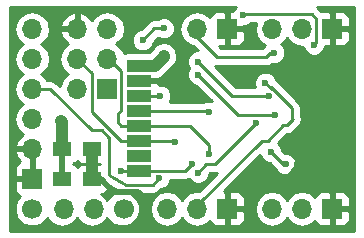
<source format=gbl>
G04 #@! TF.FileFunction,Copper,L2,Bot,Signal*
%FSLAX46Y46*%
G04 Gerber Fmt 4.6, Leading zero omitted, Abs format (unit mm)*
G04 Created by KiCad (PCBNEW 4.0.5+dfsg1-4) date Tue May  8 10:32:57 2018*
%MOMM*%
%LPD*%
G01*
G04 APERTURE LIST*
%ADD10C,0.100000*%
%ADD11C,1.700000*%
%ADD12O,1.700000X1.700000*%
%ADD13R,1.700000X1.700000*%
%ADD14R,1.500000X1.250000*%
%ADD15R,2.000000X1.000000*%
%ADD16C,0.600000*%
%ADD17C,0.500000*%
%ADD18C,1.000000*%
%ADD19C,0.250000*%
%ADD20C,0.254000*%
G04 APERTURE END LIST*
D10*
D11*
X10300000Y-17800000D03*
D12*
X7760000Y-17800000D03*
X5220000Y-17800000D03*
D11*
X2540000Y-17780000D03*
D13*
X2540000Y-15240000D03*
D12*
X2540000Y-12700000D03*
X2540000Y-10160000D03*
X2540000Y-7620000D03*
X2540000Y-5080000D03*
X2540000Y-2540000D03*
D13*
X19050000Y-17780000D03*
D12*
X16510000Y-17780000D03*
X13970000Y-17780000D03*
D14*
X5100000Y-12700000D03*
X7600000Y-12700000D03*
X5100000Y-15240000D03*
X7600000Y-15240000D03*
D15*
X11620000Y-14560000D03*
X11620000Y-13290000D03*
X11620000Y-12020000D03*
X11620000Y-10750000D03*
X11620000Y-9480000D03*
X11620000Y-8210000D03*
X11620000Y-6940000D03*
X11620000Y-5670000D03*
D13*
X8890000Y-7620000D03*
D12*
X6350000Y-7620000D03*
X8890000Y-5080000D03*
X6350000Y-5080000D03*
X8890000Y-2540000D03*
X6350000Y-2540000D03*
D13*
X27940000Y-2540000D03*
D12*
X25400000Y-2540000D03*
X22860000Y-2540000D03*
D13*
X27940000Y-17780000D03*
D12*
X25400000Y-17780000D03*
X22860000Y-17780000D03*
D13*
X19050000Y-2540000D03*
D12*
X16510000Y-2540000D03*
D16*
X20700000Y-7300000D03*
X24980000Y-14040000D03*
X20680000Y-15640000D03*
X4980000Y-10340000D03*
X23100000Y-9800000D03*
X16600000Y-6400000D03*
X13400000Y-8200000D03*
X17480000Y-9540000D03*
X14680000Y-12140000D03*
X10080000Y-14540000D03*
X16080000Y-13940000D03*
X17480000Y-13140000D03*
X24000000Y-14000000D03*
X22800000Y-13000000D03*
X13700000Y-4800000D03*
X22300000Y-7100000D03*
X26400000Y-3900000D03*
X20400000Y-1400000D03*
X23050000Y-4550000D03*
X16600000Y-14700000D03*
X13300000Y-15200000D03*
X21480000Y-10540000D03*
X22600000Y-8200000D03*
X16600000Y-5300000D03*
X13700000Y-2500000D03*
X11900000Y-3500000D03*
D17*
X7600000Y-15240000D02*
X8340000Y-15240000D01*
X8340000Y-15240000D02*
X9415002Y-16315002D01*
X9415002Y-16315002D02*
X11515002Y-16315002D01*
X7600000Y-15240000D02*
X7440000Y-15240000D01*
D18*
X7600000Y-15240000D02*
X7600000Y-12700000D01*
D17*
X6350000Y-2540000D02*
X6350000Y-2286000D01*
X20680000Y-15640000D02*
X23680000Y-15640000D01*
X24980000Y-14340000D02*
X24980000Y-14040000D01*
X23680000Y-15640000D02*
X24980000Y-14340000D01*
X11515002Y-16315002D02*
X11900000Y-16700000D01*
X5100000Y-15240000D02*
X5100000Y-12700000D01*
X22860000Y-17780000D02*
X22860000Y-17660000D01*
X22680000Y-2540000D02*
X22860000Y-2540000D01*
D18*
X5100000Y-12700000D02*
X5100000Y-10460000D01*
X5100000Y-10460000D02*
X4980000Y-10340000D01*
D19*
X20000000Y-9800000D02*
X23100000Y-9800000D01*
X16600000Y-6400000D02*
X20000000Y-9800000D01*
X13390000Y-8210000D02*
X11620000Y-8210000D01*
X13400000Y-8200000D02*
X13390000Y-8210000D01*
X17420000Y-9480000D02*
X11620000Y-9480000D01*
X17480000Y-9540000D02*
X17420000Y-9480000D01*
X11620000Y-12020000D02*
X10060000Y-12020000D01*
X7580000Y-6310000D02*
X6350000Y-5080000D01*
X7580000Y-9540000D02*
X7580000Y-6310000D01*
X10060000Y-12020000D02*
X7580000Y-9540000D01*
X11620000Y-12020000D02*
X14560000Y-12020000D01*
X14560000Y-12020000D02*
X14680000Y-12140000D01*
X11740000Y-12140000D02*
X11620000Y-12020000D01*
X11500000Y-12140000D02*
X11620000Y-12020000D01*
X10080000Y-14540000D02*
X10100000Y-14560000D01*
X10100000Y-14560000D02*
X11620000Y-14560000D01*
X11620000Y-14560000D02*
X11640000Y-14540000D01*
X11640000Y-14540000D02*
X15480000Y-14540000D01*
X15480000Y-14540000D02*
X16080000Y-13940000D01*
X8890000Y-5080000D02*
X9020000Y-5080000D01*
X9020000Y-5080000D02*
X10080000Y-6140000D01*
X10080000Y-6140000D02*
X10080000Y-9440000D01*
X10080000Y-9440000D02*
X9780000Y-9740000D01*
X9780000Y-9740000D02*
X9780000Y-10440000D01*
X9780000Y-10440000D02*
X10090000Y-10750000D01*
X10090000Y-10750000D02*
X11620000Y-10750000D01*
X11410000Y-10540000D02*
X11620000Y-10750000D01*
X11620000Y-10750000D02*
X15890000Y-10750000D01*
X17480000Y-12340000D02*
X17480000Y-13140000D01*
X15890000Y-10750000D02*
X17480000Y-12340000D01*
X23800000Y-14000000D02*
X24000000Y-14000000D01*
X22800000Y-13000000D02*
X23800000Y-14000000D01*
D18*
X11620000Y-5670000D02*
X12930000Y-5670000D01*
X13700000Y-4900000D02*
X13700000Y-4800000D01*
X12930000Y-5670000D02*
X13700000Y-4900000D01*
D19*
X24550000Y-10250000D02*
X24550000Y-9250000D01*
X24550000Y-9250000D02*
X22800000Y-7500000D01*
X22800000Y-7500000D02*
X22700000Y-7500000D01*
X22300000Y-7100000D02*
X22700000Y-7500000D01*
X22700000Y-7500000D02*
X22800000Y-7600000D01*
X16510000Y-17490000D02*
X22000000Y-12000000D01*
X22000000Y-12000000D02*
X22500000Y-12000000D01*
X22500000Y-12000000D02*
X23800000Y-10700000D01*
X23800000Y-10700000D02*
X24100000Y-10700000D01*
X24100000Y-10700000D02*
X24550000Y-10250000D01*
X24550000Y-10250000D02*
X24600000Y-10200000D01*
X16510000Y-17780000D02*
X16510000Y-17490000D01*
X16510000Y-17810000D02*
X16510000Y-17780000D01*
X23900000Y-1300000D02*
X26200000Y-1300000D01*
X26600000Y-3700000D02*
X26400000Y-3900000D01*
X26600000Y-1700000D02*
X26600000Y-3700000D01*
X26200000Y-1300000D02*
X26600000Y-1700000D01*
X20500000Y-1300000D02*
X23900000Y-1300000D01*
X23900000Y-1300000D02*
X24100000Y-1300000D01*
X20400000Y-1400000D02*
X20500000Y-1300000D01*
X16510000Y-2540000D02*
X16510000Y-3230000D01*
X16510000Y-3230000D02*
X18220000Y-4940000D01*
X18220000Y-4940000D02*
X22320000Y-4940000D01*
X22320000Y-4940000D02*
X22710000Y-4550000D01*
X22710000Y-4550000D02*
X23050000Y-4550000D01*
X4060000Y-7620000D02*
X7580000Y-11140000D01*
X7580000Y-11140000D02*
X8480000Y-11140000D01*
X8480000Y-11140000D02*
X9080000Y-11740000D01*
X9080000Y-11740000D02*
X9080000Y-14940000D01*
X9080000Y-14940000D02*
X10480000Y-15740000D01*
X2540000Y-7620000D02*
X4060000Y-7620000D01*
X18020000Y-14000000D02*
X21480000Y-10540000D01*
X17300000Y-14000000D02*
X18020000Y-14000000D01*
X16600000Y-14700000D02*
X17300000Y-14000000D01*
X12760000Y-15740000D02*
X13300000Y-15200000D01*
X10480000Y-15740000D02*
X12760000Y-15740000D01*
X2540000Y-7620000D02*
X2560000Y-7620000D01*
X19500000Y-8200000D02*
X22600000Y-8200000D01*
X16600000Y-5300000D02*
X19500000Y-8200000D01*
X12900000Y-2500000D02*
X13700000Y-2500000D01*
X11900000Y-3500000D02*
X12900000Y-2500000D01*
D20*
G36*
X19607808Y-869673D02*
X19530853Y-1055000D01*
X19335750Y-1055000D01*
X19177000Y-1213750D01*
X19177000Y-2413000D01*
X20376250Y-2413000D01*
X20454202Y-2335048D01*
X20585167Y-2335162D01*
X20928943Y-2193117D01*
X21062293Y-2060000D01*
X21464691Y-2060000D01*
X21375000Y-2510907D01*
X21375000Y-2569093D01*
X21488039Y-3137378D01*
X21809946Y-3619147D01*
X22285694Y-3937031D01*
X22172599Y-4012599D01*
X22005198Y-4180000D01*
X18534802Y-4180000D01*
X18379802Y-4025000D01*
X18764250Y-4025000D01*
X18923000Y-3866250D01*
X18923000Y-2667000D01*
X19177000Y-2667000D01*
X19177000Y-3866250D01*
X19335750Y-4025000D01*
X20026309Y-4025000D01*
X20259698Y-3928327D01*
X20438327Y-3749699D01*
X20535000Y-3516310D01*
X20535000Y-2825750D01*
X20376250Y-2667000D01*
X19177000Y-2667000D01*
X18923000Y-2667000D01*
X18903000Y-2667000D01*
X18903000Y-2413000D01*
X18923000Y-2413000D01*
X18923000Y-1213750D01*
X18764250Y-1055000D01*
X18073691Y-1055000D01*
X17840302Y-1151673D01*
X17661673Y-1330301D01*
X17593097Y-1495858D01*
X17589147Y-1489946D01*
X17107378Y-1168039D01*
X16539093Y-1055000D01*
X16480907Y-1055000D01*
X15912622Y-1168039D01*
X15430853Y-1489946D01*
X15108946Y-1971715D01*
X14995907Y-2540000D01*
X15108946Y-3108285D01*
X15430853Y-3590054D01*
X15912622Y-3911961D01*
X16167946Y-3962748D01*
X16570171Y-4364973D01*
X16414833Y-4364838D01*
X16071057Y-4506883D01*
X15807808Y-4769673D01*
X15665162Y-5113201D01*
X15664838Y-5485167D01*
X15806883Y-5828943D01*
X15827710Y-5849806D01*
X15807808Y-5869673D01*
X15665162Y-6213201D01*
X15664838Y-6585167D01*
X15806883Y-6928943D01*
X16069673Y-7192192D01*
X16413201Y-7334838D01*
X16460077Y-7334879D01*
X17775495Y-8650297D01*
X17666799Y-8605162D01*
X17294833Y-8604838D01*
X17016119Y-8720000D01*
X14196480Y-8720000D01*
X14334838Y-8386799D01*
X14335162Y-8014833D01*
X14193117Y-7671057D01*
X13930327Y-7407808D01*
X13586799Y-7265162D01*
X13255000Y-7264873D01*
X13255000Y-7225750D01*
X13096250Y-7067000D01*
X12641925Y-7067000D01*
X12620000Y-7062560D01*
X11473000Y-7062560D01*
X11473000Y-6817440D01*
X12620000Y-6817440D01*
X12643597Y-6813000D01*
X13096250Y-6813000D01*
X13147517Y-6761733D01*
X13364346Y-6718603D01*
X13732566Y-6472566D01*
X14502566Y-5702567D01*
X14748603Y-5334346D01*
X14769192Y-5230839D01*
X14835000Y-4900000D01*
X14835000Y-4800000D01*
X14748603Y-4365654D01*
X14502566Y-3997434D01*
X14134346Y-3751397D01*
X13700000Y-3665000D01*
X13265654Y-3751397D01*
X12897434Y-3997434D01*
X12696068Y-4298799D01*
X12472308Y-4522560D01*
X10620000Y-4522560D01*
X10384683Y-4566838D01*
X10311399Y-4613995D01*
X10291054Y-4511715D01*
X9969147Y-4029946D01*
X9639974Y-3810000D01*
X9826800Y-3685167D01*
X10964838Y-3685167D01*
X11106883Y-4028943D01*
X11369673Y-4292192D01*
X11713201Y-4434838D01*
X12085167Y-4435162D01*
X12428943Y-4293117D01*
X12692192Y-4030327D01*
X12834838Y-3686799D01*
X12834879Y-3639923D01*
X13178814Y-3295988D01*
X13513201Y-3434838D01*
X13885167Y-3435162D01*
X14228943Y-3293117D01*
X14492192Y-3030327D01*
X14634838Y-2686799D01*
X14635162Y-2314833D01*
X14493117Y-1971057D01*
X14230327Y-1707808D01*
X13886799Y-1565162D01*
X13514833Y-1564838D01*
X13171057Y-1706883D01*
X13137882Y-1740000D01*
X12900000Y-1740000D01*
X12609161Y-1797852D01*
X12362599Y-1962599D01*
X11760320Y-2564878D01*
X11714833Y-2564838D01*
X11371057Y-2706883D01*
X11107808Y-2969673D01*
X10965162Y-3313201D01*
X10964838Y-3685167D01*
X9826800Y-3685167D01*
X9969147Y-3590054D01*
X10291054Y-3108285D01*
X10404093Y-2540000D01*
X10291054Y-1971715D01*
X9969147Y-1489946D01*
X9487378Y-1168039D01*
X8919093Y-1055000D01*
X8860907Y-1055000D01*
X8292622Y-1168039D01*
X7810853Y-1489946D01*
X7621655Y-1773101D01*
X7621645Y-1773076D01*
X7231358Y-1344817D01*
X6706892Y-1098514D01*
X6477000Y-1219181D01*
X6477000Y-2413000D01*
X6497000Y-2413000D01*
X6497000Y-2667000D01*
X6477000Y-2667000D01*
X6477000Y-2687000D01*
X6223000Y-2687000D01*
X6223000Y-2667000D01*
X5029845Y-2667000D01*
X4908524Y-2896890D01*
X5078355Y-3306924D01*
X5468642Y-3735183D01*
X5611553Y-3802298D01*
X5270853Y-4029946D01*
X4948946Y-4511715D01*
X4835907Y-5080000D01*
X4948946Y-5648285D01*
X5270853Y-6130054D01*
X5600026Y-6350000D01*
X5270853Y-6569946D01*
X4948946Y-7051715D01*
X4885497Y-7370695D01*
X4597401Y-7082599D01*
X4350839Y-6917852D01*
X4060000Y-6860000D01*
X3812954Y-6860000D01*
X3619147Y-6569946D01*
X3289974Y-6350000D01*
X3619147Y-6130054D01*
X3941054Y-5648285D01*
X4054093Y-5080000D01*
X3941054Y-4511715D01*
X3619147Y-4029946D01*
X3289974Y-3810000D01*
X3619147Y-3590054D01*
X3941054Y-3108285D01*
X4054093Y-2540000D01*
X3983104Y-2183110D01*
X4908524Y-2183110D01*
X5029845Y-2413000D01*
X6223000Y-2413000D01*
X6223000Y-1219181D01*
X5993108Y-1098514D01*
X5468642Y-1344817D01*
X5078355Y-1773076D01*
X4908524Y-2183110D01*
X3983104Y-2183110D01*
X3941054Y-1971715D01*
X3619147Y-1489946D01*
X3137378Y-1168039D01*
X2569093Y-1055000D01*
X2510907Y-1055000D01*
X1942622Y-1168039D01*
X1460853Y-1489946D01*
X1138946Y-1971715D01*
X1025907Y-2540000D01*
X1138946Y-3108285D01*
X1460853Y-3590054D01*
X1790026Y-3810000D01*
X1460853Y-4029946D01*
X1138946Y-4511715D01*
X1025907Y-5080000D01*
X1138946Y-5648285D01*
X1460853Y-6130054D01*
X1790026Y-6350000D01*
X1460853Y-6569946D01*
X1138946Y-7051715D01*
X1025907Y-7620000D01*
X1138946Y-8188285D01*
X1460853Y-8670054D01*
X1790026Y-8890000D01*
X1460853Y-9109946D01*
X1138946Y-9591715D01*
X1025907Y-10160000D01*
X1138946Y-10728285D01*
X1460853Y-11210054D01*
X1801553Y-11437702D01*
X1658642Y-11504817D01*
X1268355Y-11933076D01*
X1098524Y-12343110D01*
X1219845Y-12573000D01*
X2413000Y-12573000D01*
X2413000Y-12553000D01*
X2667000Y-12553000D01*
X2667000Y-12573000D01*
X2687000Y-12573000D01*
X2687000Y-12827000D01*
X2667000Y-12827000D01*
X2667000Y-15113000D01*
X2687000Y-15113000D01*
X2687000Y-15367000D01*
X2667000Y-15367000D01*
X2667000Y-15387000D01*
X2413000Y-15387000D01*
X2413000Y-15367000D01*
X1213750Y-15367000D01*
X1055000Y-15525750D01*
X1055000Y-16216310D01*
X1151673Y-16449699D01*
X1330302Y-16628327D01*
X1515074Y-16704862D01*
X1281812Y-16937717D01*
X1055258Y-17483319D01*
X1054743Y-18074089D01*
X1280344Y-18620086D01*
X1697717Y-19038188D01*
X2243319Y-19264742D01*
X2834089Y-19265257D01*
X3380086Y-19039656D01*
X3798188Y-18622283D01*
X3826355Y-18554450D01*
X4029946Y-18859147D01*
X4511715Y-19181054D01*
X5080000Y-19294093D01*
X5648285Y-19181054D01*
X6130054Y-18859147D01*
X6350000Y-18529974D01*
X6569946Y-18859147D01*
X7051715Y-19181054D01*
X7620000Y-19294093D01*
X8188285Y-19181054D01*
X8670054Y-18859147D01*
X8873385Y-18554840D01*
X8900344Y-18620086D01*
X9317717Y-19038188D01*
X9863319Y-19264742D01*
X10454089Y-19265257D01*
X11000086Y-19039656D01*
X11418188Y-18622283D01*
X11644742Y-18076681D01*
X11645257Y-17485911D01*
X11419656Y-16939914D01*
X11002283Y-16521812D01*
X10949754Y-16500000D01*
X12760000Y-16500000D01*
X13050839Y-16442148D01*
X13297401Y-16277401D01*
X13439680Y-16135122D01*
X13485167Y-16135162D01*
X13828943Y-15993117D01*
X14092192Y-15730327D01*
X14234838Y-15386799D01*
X14234914Y-15300000D01*
X15480000Y-15300000D01*
X15770839Y-15242148D01*
X15803361Y-15220418D01*
X15806883Y-15228943D01*
X16069673Y-15492192D01*
X16413201Y-15634838D01*
X16785167Y-15635162D01*
X17128943Y-15493117D01*
X17392192Y-15230327D01*
X17534838Y-14886799D01*
X17534879Y-14839924D01*
X17614803Y-14760000D01*
X18020000Y-14760000D01*
X18201251Y-14723947D01*
X16634522Y-16290676D01*
X16510000Y-16265907D01*
X15941715Y-16378946D01*
X15459946Y-16700853D01*
X15240000Y-17030026D01*
X15020054Y-16700853D01*
X14538285Y-16378946D01*
X13970000Y-16265907D01*
X13401715Y-16378946D01*
X12919946Y-16700853D01*
X12598039Y-17182622D01*
X12485000Y-17750907D01*
X12485000Y-17809093D01*
X12598039Y-18377378D01*
X12919946Y-18859147D01*
X13401715Y-19181054D01*
X13970000Y-19294093D01*
X14538285Y-19181054D01*
X15020054Y-18859147D01*
X15240000Y-18529974D01*
X15459946Y-18859147D01*
X15941715Y-19181054D01*
X16510000Y-19294093D01*
X17078285Y-19181054D01*
X17560054Y-18859147D01*
X17589403Y-18815223D01*
X17661673Y-18989698D01*
X17840301Y-19168327D01*
X18073690Y-19265000D01*
X18764250Y-19265000D01*
X18923000Y-19106250D01*
X18923000Y-17907000D01*
X19177000Y-17907000D01*
X19177000Y-19106250D01*
X19335750Y-19265000D01*
X20026310Y-19265000D01*
X20259699Y-19168327D01*
X20438327Y-18989698D01*
X20535000Y-18756309D01*
X20535000Y-18065750D01*
X20376250Y-17907000D01*
X19177000Y-17907000D01*
X18923000Y-17907000D01*
X18903000Y-17907000D01*
X18903000Y-17750907D01*
X21375000Y-17750907D01*
X21375000Y-17809093D01*
X21488039Y-18377378D01*
X21809946Y-18859147D01*
X22291715Y-19181054D01*
X22860000Y-19294093D01*
X23428285Y-19181054D01*
X23910054Y-18859147D01*
X24130000Y-18529974D01*
X24349946Y-18859147D01*
X24831715Y-19181054D01*
X25400000Y-19294093D01*
X25968285Y-19181054D01*
X26450054Y-18859147D01*
X26479403Y-18815223D01*
X26551673Y-18989698D01*
X26730301Y-19168327D01*
X26963690Y-19265000D01*
X27654250Y-19265000D01*
X27813000Y-19106250D01*
X27813000Y-17907000D01*
X28067000Y-17907000D01*
X28067000Y-19106250D01*
X28225750Y-19265000D01*
X28916310Y-19265000D01*
X29149699Y-19168327D01*
X29328327Y-18989698D01*
X29425000Y-18756309D01*
X29425000Y-18065750D01*
X29266250Y-17907000D01*
X28067000Y-17907000D01*
X27813000Y-17907000D01*
X27793000Y-17907000D01*
X27793000Y-17653000D01*
X27813000Y-17653000D01*
X27813000Y-16453750D01*
X28067000Y-16453750D01*
X28067000Y-17653000D01*
X29266250Y-17653000D01*
X29425000Y-17494250D01*
X29425000Y-16803691D01*
X29328327Y-16570302D01*
X29149699Y-16391673D01*
X28916310Y-16295000D01*
X28225750Y-16295000D01*
X28067000Y-16453750D01*
X27813000Y-16453750D01*
X27654250Y-16295000D01*
X26963690Y-16295000D01*
X26730301Y-16391673D01*
X26551673Y-16570302D01*
X26479403Y-16744777D01*
X26450054Y-16700853D01*
X25968285Y-16378946D01*
X25400000Y-16265907D01*
X24831715Y-16378946D01*
X24349946Y-16700853D01*
X24130000Y-17030026D01*
X23910054Y-16700853D01*
X23428285Y-16378946D01*
X22860000Y-16265907D01*
X22291715Y-16378946D01*
X21809946Y-16700853D01*
X21488039Y-17182622D01*
X21375000Y-17750907D01*
X18903000Y-17750907D01*
X18903000Y-17653000D01*
X18923000Y-17653000D01*
X18923000Y-16453750D01*
X19177000Y-16453750D01*
X19177000Y-17653000D01*
X20376250Y-17653000D01*
X20535000Y-17494250D01*
X20535000Y-16803691D01*
X20438327Y-16570302D01*
X20259699Y-16391673D01*
X20026310Y-16295000D01*
X19335750Y-16295000D01*
X19177000Y-16453750D01*
X18923000Y-16453750D01*
X18772026Y-16302776D01*
X21872088Y-13202714D01*
X22006883Y-13528943D01*
X22269673Y-13792192D01*
X22613201Y-13934838D01*
X22660077Y-13934879D01*
X23173607Y-14448409D01*
X23206883Y-14528943D01*
X23469673Y-14792192D01*
X23813201Y-14934838D01*
X24185167Y-14935162D01*
X24528943Y-14793117D01*
X24792192Y-14530327D01*
X24934838Y-14186799D01*
X24935162Y-13814833D01*
X24793117Y-13471057D01*
X24530327Y-13207808D01*
X24186799Y-13065162D01*
X23939749Y-13064947D01*
X23735122Y-12860320D01*
X23735162Y-12814833D01*
X23593117Y-12471057D01*
X23348645Y-12226157D01*
X24118477Y-11456325D01*
X24390839Y-11402148D01*
X24637401Y-11237401D01*
X25137401Y-10737401D01*
X25302148Y-10490839D01*
X25360000Y-10200000D01*
X25310000Y-9948634D01*
X25310000Y-9250000D01*
X25252148Y-8959161D01*
X25087401Y-8712599D01*
X23337401Y-6962599D01*
X23223434Y-6886449D01*
X23093117Y-6571057D01*
X22830327Y-6307808D01*
X22486799Y-6165162D01*
X22114833Y-6164838D01*
X21771057Y-6306883D01*
X21507808Y-6569673D01*
X21365162Y-6913201D01*
X21364838Y-7285167D01*
X21428814Y-7440000D01*
X19814802Y-7440000D01*
X18038749Y-5663947D01*
X18220000Y-5700000D01*
X22320000Y-5700000D01*
X22610839Y-5642148D01*
X22852760Y-5480502D01*
X22863201Y-5484838D01*
X23235167Y-5485162D01*
X23578943Y-5343117D01*
X23842192Y-5080327D01*
X23984838Y-4736799D01*
X23985162Y-4364833D01*
X23843117Y-4021057D01*
X23629224Y-3806791D01*
X23910054Y-3619147D01*
X24130000Y-3289974D01*
X24349946Y-3619147D01*
X24831715Y-3941054D01*
X25400000Y-4054093D01*
X25464876Y-4041188D01*
X25464838Y-4085167D01*
X25606883Y-4428943D01*
X25869673Y-4692192D01*
X26213201Y-4834838D01*
X26585167Y-4835162D01*
X26928943Y-4693117D01*
X27192192Y-4430327D01*
X27334838Y-4086799D01*
X27334892Y-4025000D01*
X27654250Y-4025000D01*
X27813000Y-3866250D01*
X27813000Y-2667000D01*
X28067000Y-2667000D01*
X28067000Y-3866250D01*
X28225750Y-4025000D01*
X28916310Y-4025000D01*
X29149699Y-3928327D01*
X29328327Y-3749698D01*
X29425000Y-3516309D01*
X29425000Y-2825750D01*
X29266250Y-2667000D01*
X28067000Y-2667000D01*
X27813000Y-2667000D01*
X27793000Y-2667000D01*
X27793000Y-2413000D01*
X27813000Y-2413000D01*
X27813000Y-1213750D01*
X28067000Y-1213750D01*
X28067000Y-2413000D01*
X29266250Y-2413000D01*
X29425000Y-2254250D01*
X29425000Y-1563691D01*
X29328327Y-1330302D01*
X29149699Y-1151673D01*
X28916310Y-1055000D01*
X28225750Y-1055000D01*
X28067000Y-1213750D01*
X27813000Y-1213750D01*
X27654250Y-1055000D01*
X27029802Y-1055000D01*
X26737401Y-762599D01*
X26621266Y-685000D01*
X29795000Y-685000D01*
X29795000Y-19635000D01*
X685000Y-19635000D01*
X685000Y-14263690D01*
X1055000Y-14263690D01*
X1055000Y-14954250D01*
X1213750Y-15113000D01*
X2413000Y-15113000D01*
X2413000Y-12827000D01*
X1219845Y-12827000D01*
X1098524Y-13056890D01*
X1268355Y-13466924D01*
X1539878Y-13764864D01*
X1330302Y-13851673D01*
X1151673Y-14030301D01*
X1055000Y-14263690D01*
X685000Y-14263690D01*
X685000Y-685000D01*
X19792804Y-685000D01*
X19607808Y-869673D01*
X19607808Y-869673D01*
G37*
X19607808Y-869673D02*
X19530853Y-1055000D01*
X19335750Y-1055000D01*
X19177000Y-1213750D01*
X19177000Y-2413000D01*
X20376250Y-2413000D01*
X20454202Y-2335048D01*
X20585167Y-2335162D01*
X20928943Y-2193117D01*
X21062293Y-2060000D01*
X21464691Y-2060000D01*
X21375000Y-2510907D01*
X21375000Y-2569093D01*
X21488039Y-3137378D01*
X21809946Y-3619147D01*
X22285694Y-3937031D01*
X22172599Y-4012599D01*
X22005198Y-4180000D01*
X18534802Y-4180000D01*
X18379802Y-4025000D01*
X18764250Y-4025000D01*
X18923000Y-3866250D01*
X18923000Y-2667000D01*
X19177000Y-2667000D01*
X19177000Y-3866250D01*
X19335750Y-4025000D01*
X20026309Y-4025000D01*
X20259698Y-3928327D01*
X20438327Y-3749699D01*
X20535000Y-3516310D01*
X20535000Y-2825750D01*
X20376250Y-2667000D01*
X19177000Y-2667000D01*
X18923000Y-2667000D01*
X18903000Y-2667000D01*
X18903000Y-2413000D01*
X18923000Y-2413000D01*
X18923000Y-1213750D01*
X18764250Y-1055000D01*
X18073691Y-1055000D01*
X17840302Y-1151673D01*
X17661673Y-1330301D01*
X17593097Y-1495858D01*
X17589147Y-1489946D01*
X17107378Y-1168039D01*
X16539093Y-1055000D01*
X16480907Y-1055000D01*
X15912622Y-1168039D01*
X15430853Y-1489946D01*
X15108946Y-1971715D01*
X14995907Y-2540000D01*
X15108946Y-3108285D01*
X15430853Y-3590054D01*
X15912622Y-3911961D01*
X16167946Y-3962748D01*
X16570171Y-4364973D01*
X16414833Y-4364838D01*
X16071057Y-4506883D01*
X15807808Y-4769673D01*
X15665162Y-5113201D01*
X15664838Y-5485167D01*
X15806883Y-5828943D01*
X15827710Y-5849806D01*
X15807808Y-5869673D01*
X15665162Y-6213201D01*
X15664838Y-6585167D01*
X15806883Y-6928943D01*
X16069673Y-7192192D01*
X16413201Y-7334838D01*
X16460077Y-7334879D01*
X17775495Y-8650297D01*
X17666799Y-8605162D01*
X17294833Y-8604838D01*
X17016119Y-8720000D01*
X14196480Y-8720000D01*
X14334838Y-8386799D01*
X14335162Y-8014833D01*
X14193117Y-7671057D01*
X13930327Y-7407808D01*
X13586799Y-7265162D01*
X13255000Y-7264873D01*
X13255000Y-7225750D01*
X13096250Y-7067000D01*
X12641925Y-7067000D01*
X12620000Y-7062560D01*
X11473000Y-7062560D01*
X11473000Y-6817440D01*
X12620000Y-6817440D01*
X12643597Y-6813000D01*
X13096250Y-6813000D01*
X13147517Y-6761733D01*
X13364346Y-6718603D01*
X13732566Y-6472566D01*
X14502566Y-5702567D01*
X14748603Y-5334346D01*
X14769192Y-5230839D01*
X14835000Y-4900000D01*
X14835000Y-4800000D01*
X14748603Y-4365654D01*
X14502566Y-3997434D01*
X14134346Y-3751397D01*
X13700000Y-3665000D01*
X13265654Y-3751397D01*
X12897434Y-3997434D01*
X12696068Y-4298799D01*
X12472308Y-4522560D01*
X10620000Y-4522560D01*
X10384683Y-4566838D01*
X10311399Y-4613995D01*
X10291054Y-4511715D01*
X9969147Y-4029946D01*
X9639974Y-3810000D01*
X9826800Y-3685167D01*
X10964838Y-3685167D01*
X11106883Y-4028943D01*
X11369673Y-4292192D01*
X11713201Y-4434838D01*
X12085167Y-4435162D01*
X12428943Y-4293117D01*
X12692192Y-4030327D01*
X12834838Y-3686799D01*
X12834879Y-3639923D01*
X13178814Y-3295988D01*
X13513201Y-3434838D01*
X13885167Y-3435162D01*
X14228943Y-3293117D01*
X14492192Y-3030327D01*
X14634838Y-2686799D01*
X14635162Y-2314833D01*
X14493117Y-1971057D01*
X14230327Y-1707808D01*
X13886799Y-1565162D01*
X13514833Y-1564838D01*
X13171057Y-1706883D01*
X13137882Y-1740000D01*
X12900000Y-1740000D01*
X12609161Y-1797852D01*
X12362599Y-1962599D01*
X11760320Y-2564878D01*
X11714833Y-2564838D01*
X11371057Y-2706883D01*
X11107808Y-2969673D01*
X10965162Y-3313201D01*
X10964838Y-3685167D01*
X9826800Y-3685167D01*
X9969147Y-3590054D01*
X10291054Y-3108285D01*
X10404093Y-2540000D01*
X10291054Y-1971715D01*
X9969147Y-1489946D01*
X9487378Y-1168039D01*
X8919093Y-1055000D01*
X8860907Y-1055000D01*
X8292622Y-1168039D01*
X7810853Y-1489946D01*
X7621655Y-1773101D01*
X7621645Y-1773076D01*
X7231358Y-1344817D01*
X6706892Y-1098514D01*
X6477000Y-1219181D01*
X6477000Y-2413000D01*
X6497000Y-2413000D01*
X6497000Y-2667000D01*
X6477000Y-2667000D01*
X6477000Y-2687000D01*
X6223000Y-2687000D01*
X6223000Y-2667000D01*
X5029845Y-2667000D01*
X4908524Y-2896890D01*
X5078355Y-3306924D01*
X5468642Y-3735183D01*
X5611553Y-3802298D01*
X5270853Y-4029946D01*
X4948946Y-4511715D01*
X4835907Y-5080000D01*
X4948946Y-5648285D01*
X5270853Y-6130054D01*
X5600026Y-6350000D01*
X5270853Y-6569946D01*
X4948946Y-7051715D01*
X4885497Y-7370695D01*
X4597401Y-7082599D01*
X4350839Y-6917852D01*
X4060000Y-6860000D01*
X3812954Y-6860000D01*
X3619147Y-6569946D01*
X3289974Y-6350000D01*
X3619147Y-6130054D01*
X3941054Y-5648285D01*
X4054093Y-5080000D01*
X3941054Y-4511715D01*
X3619147Y-4029946D01*
X3289974Y-3810000D01*
X3619147Y-3590054D01*
X3941054Y-3108285D01*
X4054093Y-2540000D01*
X3983104Y-2183110D01*
X4908524Y-2183110D01*
X5029845Y-2413000D01*
X6223000Y-2413000D01*
X6223000Y-1219181D01*
X5993108Y-1098514D01*
X5468642Y-1344817D01*
X5078355Y-1773076D01*
X4908524Y-2183110D01*
X3983104Y-2183110D01*
X3941054Y-1971715D01*
X3619147Y-1489946D01*
X3137378Y-1168039D01*
X2569093Y-1055000D01*
X2510907Y-1055000D01*
X1942622Y-1168039D01*
X1460853Y-1489946D01*
X1138946Y-1971715D01*
X1025907Y-2540000D01*
X1138946Y-3108285D01*
X1460853Y-3590054D01*
X1790026Y-3810000D01*
X1460853Y-4029946D01*
X1138946Y-4511715D01*
X1025907Y-5080000D01*
X1138946Y-5648285D01*
X1460853Y-6130054D01*
X1790026Y-6350000D01*
X1460853Y-6569946D01*
X1138946Y-7051715D01*
X1025907Y-7620000D01*
X1138946Y-8188285D01*
X1460853Y-8670054D01*
X1790026Y-8890000D01*
X1460853Y-9109946D01*
X1138946Y-9591715D01*
X1025907Y-10160000D01*
X1138946Y-10728285D01*
X1460853Y-11210054D01*
X1801553Y-11437702D01*
X1658642Y-11504817D01*
X1268355Y-11933076D01*
X1098524Y-12343110D01*
X1219845Y-12573000D01*
X2413000Y-12573000D01*
X2413000Y-12553000D01*
X2667000Y-12553000D01*
X2667000Y-12573000D01*
X2687000Y-12573000D01*
X2687000Y-12827000D01*
X2667000Y-12827000D01*
X2667000Y-15113000D01*
X2687000Y-15113000D01*
X2687000Y-15367000D01*
X2667000Y-15367000D01*
X2667000Y-15387000D01*
X2413000Y-15387000D01*
X2413000Y-15367000D01*
X1213750Y-15367000D01*
X1055000Y-15525750D01*
X1055000Y-16216310D01*
X1151673Y-16449699D01*
X1330302Y-16628327D01*
X1515074Y-16704862D01*
X1281812Y-16937717D01*
X1055258Y-17483319D01*
X1054743Y-18074089D01*
X1280344Y-18620086D01*
X1697717Y-19038188D01*
X2243319Y-19264742D01*
X2834089Y-19265257D01*
X3380086Y-19039656D01*
X3798188Y-18622283D01*
X3826355Y-18554450D01*
X4029946Y-18859147D01*
X4511715Y-19181054D01*
X5080000Y-19294093D01*
X5648285Y-19181054D01*
X6130054Y-18859147D01*
X6350000Y-18529974D01*
X6569946Y-18859147D01*
X7051715Y-19181054D01*
X7620000Y-19294093D01*
X8188285Y-19181054D01*
X8670054Y-18859147D01*
X8873385Y-18554840D01*
X8900344Y-18620086D01*
X9317717Y-19038188D01*
X9863319Y-19264742D01*
X10454089Y-19265257D01*
X11000086Y-19039656D01*
X11418188Y-18622283D01*
X11644742Y-18076681D01*
X11645257Y-17485911D01*
X11419656Y-16939914D01*
X11002283Y-16521812D01*
X10949754Y-16500000D01*
X12760000Y-16500000D01*
X13050839Y-16442148D01*
X13297401Y-16277401D01*
X13439680Y-16135122D01*
X13485167Y-16135162D01*
X13828943Y-15993117D01*
X14092192Y-15730327D01*
X14234838Y-15386799D01*
X14234914Y-15300000D01*
X15480000Y-15300000D01*
X15770839Y-15242148D01*
X15803361Y-15220418D01*
X15806883Y-15228943D01*
X16069673Y-15492192D01*
X16413201Y-15634838D01*
X16785167Y-15635162D01*
X17128943Y-15493117D01*
X17392192Y-15230327D01*
X17534838Y-14886799D01*
X17534879Y-14839924D01*
X17614803Y-14760000D01*
X18020000Y-14760000D01*
X18201251Y-14723947D01*
X16634522Y-16290676D01*
X16510000Y-16265907D01*
X15941715Y-16378946D01*
X15459946Y-16700853D01*
X15240000Y-17030026D01*
X15020054Y-16700853D01*
X14538285Y-16378946D01*
X13970000Y-16265907D01*
X13401715Y-16378946D01*
X12919946Y-16700853D01*
X12598039Y-17182622D01*
X12485000Y-17750907D01*
X12485000Y-17809093D01*
X12598039Y-18377378D01*
X12919946Y-18859147D01*
X13401715Y-19181054D01*
X13970000Y-19294093D01*
X14538285Y-19181054D01*
X15020054Y-18859147D01*
X15240000Y-18529974D01*
X15459946Y-18859147D01*
X15941715Y-19181054D01*
X16510000Y-19294093D01*
X17078285Y-19181054D01*
X17560054Y-18859147D01*
X17589403Y-18815223D01*
X17661673Y-18989698D01*
X17840301Y-19168327D01*
X18073690Y-19265000D01*
X18764250Y-19265000D01*
X18923000Y-19106250D01*
X18923000Y-17907000D01*
X19177000Y-17907000D01*
X19177000Y-19106250D01*
X19335750Y-19265000D01*
X20026310Y-19265000D01*
X20259699Y-19168327D01*
X20438327Y-18989698D01*
X20535000Y-18756309D01*
X20535000Y-18065750D01*
X20376250Y-17907000D01*
X19177000Y-17907000D01*
X18923000Y-17907000D01*
X18903000Y-17907000D01*
X18903000Y-17750907D01*
X21375000Y-17750907D01*
X21375000Y-17809093D01*
X21488039Y-18377378D01*
X21809946Y-18859147D01*
X22291715Y-19181054D01*
X22860000Y-19294093D01*
X23428285Y-19181054D01*
X23910054Y-18859147D01*
X24130000Y-18529974D01*
X24349946Y-18859147D01*
X24831715Y-19181054D01*
X25400000Y-19294093D01*
X25968285Y-19181054D01*
X26450054Y-18859147D01*
X26479403Y-18815223D01*
X26551673Y-18989698D01*
X26730301Y-19168327D01*
X26963690Y-19265000D01*
X27654250Y-19265000D01*
X27813000Y-19106250D01*
X27813000Y-17907000D01*
X28067000Y-17907000D01*
X28067000Y-19106250D01*
X28225750Y-19265000D01*
X28916310Y-19265000D01*
X29149699Y-19168327D01*
X29328327Y-18989698D01*
X29425000Y-18756309D01*
X29425000Y-18065750D01*
X29266250Y-17907000D01*
X28067000Y-17907000D01*
X27813000Y-17907000D01*
X27793000Y-17907000D01*
X27793000Y-17653000D01*
X27813000Y-17653000D01*
X27813000Y-16453750D01*
X28067000Y-16453750D01*
X28067000Y-17653000D01*
X29266250Y-17653000D01*
X29425000Y-17494250D01*
X29425000Y-16803691D01*
X29328327Y-16570302D01*
X29149699Y-16391673D01*
X28916310Y-16295000D01*
X28225750Y-16295000D01*
X28067000Y-16453750D01*
X27813000Y-16453750D01*
X27654250Y-16295000D01*
X26963690Y-16295000D01*
X26730301Y-16391673D01*
X26551673Y-16570302D01*
X26479403Y-16744777D01*
X26450054Y-16700853D01*
X25968285Y-16378946D01*
X25400000Y-16265907D01*
X24831715Y-16378946D01*
X24349946Y-16700853D01*
X24130000Y-17030026D01*
X23910054Y-16700853D01*
X23428285Y-16378946D01*
X22860000Y-16265907D01*
X22291715Y-16378946D01*
X21809946Y-16700853D01*
X21488039Y-17182622D01*
X21375000Y-17750907D01*
X18903000Y-17750907D01*
X18903000Y-17653000D01*
X18923000Y-17653000D01*
X18923000Y-16453750D01*
X19177000Y-16453750D01*
X19177000Y-17653000D01*
X20376250Y-17653000D01*
X20535000Y-17494250D01*
X20535000Y-16803691D01*
X20438327Y-16570302D01*
X20259699Y-16391673D01*
X20026310Y-16295000D01*
X19335750Y-16295000D01*
X19177000Y-16453750D01*
X18923000Y-16453750D01*
X18772026Y-16302776D01*
X21872088Y-13202714D01*
X22006883Y-13528943D01*
X22269673Y-13792192D01*
X22613201Y-13934838D01*
X22660077Y-13934879D01*
X23173607Y-14448409D01*
X23206883Y-14528943D01*
X23469673Y-14792192D01*
X23813201Y-14934838D01*
X24185167Y-14935162D01*
X24528943Y-14793117D01*
X24792192Y-14530327D01*
X24934838Y-14186799D01*
X24935162Y-13814833D01*
X24793117Y-13471057D01*
X24530327Y-13207808D01*
X24186799Y-13065162D01*
X23939749Y-13064947D01*
X23735122Y-12860320D01*
X23735162Y-12814833D01*
X23593117Y-12471057D01*
X23348645Y-12226157D01*
X24118477Y-11456325D01*
X24390839Y-11402148D01*
X24637401Y-11237401D01*
X25137401Y-10737401D01*
X25302148Y-10490839D01*
X25360000Y-10200000D01*
X25310000Y-9948634D01*
X25310000Y-9250000D01*
X25252148Y-8959161D01*
X25087401Y-8712599D01*
X23337401Y-6962599D01*
X23223434Y-6886449D01*
X23093117Y-6571057D01*
X22830327Y-6307808D01*
X22486799Y-6165162D01*
X22114833Y-6164838D01*
X21771057Y-6306883D01*
X21507808Y-6569673D01*
X21365162Y-6913201D01*
X21364838Y-7285167D01*
X21428814Y-7440000D01*
X19814802Y-7440000D01*
X18038749Y-5663947D01*
X18220000Y-5700000D01*
X22320000Y-5700000D01*
X22610839Y-5642148D01*
X22852760Y-5480502D01*
X22863201Y-5484838D01*
X23235167Y-5485162D01*
X23578943Y-5343117D01*
X23842192Y-5080327D01*
X23984838Y-4736799D01*
X23985162Y-4364833D01*
X23843117Y-4021057D01*
X23629224Y-3806791D01*
X23910054Y-3619147D01*
X24130000Y-3289974D01*
X24349946Y-3619147D01*
X24831715Y-3941054D01*
X25400000Y-4054093D01*
X25464876Y-4041188D01*
X25464838Y-4085167D01*
X25606883Y-4428943D01*
X25869673Y-4692192D01*
X26213201Y-4834838D01*
X26585167Y-4835162D01*
X26928943Y-4693117D01*
X27192192Y-4430327D01*
X27334838Y-4086799D01*
X27334892Y-4025000D01*
X27654250Y-4025000D01*
X27813000Y-3866250D01*
X27813000Y-2667000D01*
X28067000Y-2667000D01*
X28067000Y-3866250D01*
X28225750Y-4025000D01*
X28916310Y-4025000D01*
X29149699Y-3928327D01*
X29328327Y-3749698D01*
X29425000Y-3516309D01*
X29425000Y-2825750D01*
X29266250Y-2667000D01*
X28067000Y-2667000D01*
X27813000Y-2667000D01*
X27793000Y-2667000D01*
X27793000Y-2413000D01*
X27813000Y-2413000D01*
X27813000Y-1213750D01*
X28067000Y-1213750D01*
X28067000Y-2413000D01*
X29266250Y-2413000D01*
X29425000Y-2254250D01*
X29425000Y-1563691D01*
X29328327Y-1330302D01*
X29149699Y-1151673D01*
X28916310Y-1055000D01*
X28225750Y-1055000D01*
X28067000Y-1213750D01*
X27813000Y-1213750D01*
X27654250Y-1055000D01*
X27029802Y-1055000D01*
X26737401Y-762599D01*
X26621266Y-685000D01*
X29795000Y-685000D01*
X29795000Y-19635000D01*
X685000Y-19635000D01*
X685000Y-14263690D01*
X1055000Y-14263690D01*
X1055000Y-14954250D01*
X1213750Y-15113000D01*
X2413000Y-15113000D01*
X2413000Y-12827000D01*
X1219845Y-12827000D01*
X1098524Y-13056890D01*
X1268355Y-13466924D01*
X1539878Y-13764864D01*
X1330302Y-13851673D01*
X1151673Y-14030301D01*
X1055000Y-14263690D01*
X685000Y-14263690D01*
X685000Y-685000D01*
X19792804Y-685000D01*
X19607808Y-869673D01*
G36*
X9919052Y-16294789D02*
X9865911Y-16294743D01*
X9319914Y-16520344D01*
X8901812Y-16937717D01*
X8873645Y-17005550D01*
X8670054Y-16700853D01*
X8369456Y-16500000D01*
X8476309Y-16500000D01*
X8709698Y-16403327D01*
X8888327Y-16224699D01*
X8985000Y-15991310D01*
X8985000Y-15761045D01*
X9919052Y-16294789D01*
X9919052Y-16294789D01*
G37*
X9919052Y-16294789D02*
X9865911Y-16294743D01*
X9319914Y-16520344D01*
X8901812Y-16937717D01*
X8873645Y-17005550D01*
X8670054Y-16700853D01*
X8369456Y-16500000D01*
X8476309Y-16500000D01*
X8709698Y-16403327D01*
X8888327Y-16224699D01*
X8985000Y-15991310D01*
X8985000Y-15761045D01*
X9919052Y-16294789D01*
G36*
X7727000Y-12573000D02*
X7747000Y-12573000D01*
X7747000Y-12827000D01*
X7727000Y-12827000D01*
X7727000Y-13801250D01*
X7885750Y-13960000D01*
X8320000Y-13960000D01*
X8320000Y-13980000D01*
X7885750Y-13980000D01*
X7727000Y-14138750D01*
X7727000Y-15113000D01*
X7747000Y-15113000D01*
X7747000Y-15367000D01*
X7727000Y-15367000D01*
X7727000Y-15387000D01*
X7473000Y-15387000D01*
X7473000Y-15367000D01*
X7453000Y-15367000D01*
X7453000Y-15113000D01*
X7473000Y-15113000D01*
X7473000Y-14138750D01*
X7314250Y-13980000D01*
X6723691Y-13980000D01*
X6490302Y-14076673D01*
X6349064Y-14217910D01*
X6314090Y-14163559D01*
X6101890Y-14018569D01*
X5985000Y-13994898D01*
X5985000Y-13947038D01*
X6085317Y-13928162D01*
X6301441Y-13789090D01*
X6347969Y-13720994D01*
X6490302Y-13863327D01*
X6723691Y-13960000D01*
X7314250Y-13960000D01*
X7473000Y-13801250D01*
X7473000Y-12827000D01*
X7453000Y-12827000D01*
X7453000Y-12573000D01*
X7473000Y-12573000D01*
X7473000Y-12553000D01*
X7727000Y-12553000D01*
X7727000Y-12573000D01*
X7727000Y-12573000D01*
G37*
X7727000Y-12573000D02*
X7747000Y-12573000D01*
X7747000Y-12827000D01*
X7727000Y-12827000D01*
X7727000Y-13801250D01*
X7885750Y-13960000D01*
X8320000Y-13960000D01*
X8320000Y-13980000D01*
X7885750Y-13980000D01*
X7727000Y-14138750D01*
X7727000Y-15113000D01*
X7747000Y-15113000D01*
X7747000Y-15367000D01*
X7727000Y-15367000D01*
X7727000Y-15387000D01*
X7473000Y-15387000D01*
X7473000Y-15367000D01*
X7453000Y-15367000D01*
X7453000Y-15113000D01*
X7473000Y-15113000D01*
X7473000Y-14138750D01*
X7314250Y-13980000D01*
X6723691Y-13980000D01*
X6490302Y-14076673D01*
X6349064Y-14217910D01*
X6314090Y-14163559D01*
X6101890Y-14018569D01*
X5985000Y-13994898D01*
X5985000Y-13947038D01*
X6085317Y-13928162D01*
X6301441Y-13789090D01*
X6347969Y-13720994D01*
X6490302Y-13863327D01*
X6723691Y-13960000D01*
X7314250Y-13960000D01*
X7473000Y-13801250D01*
X7473000Y-12827000D01*
X7453000Y-12827000D01*
X7453000Y-12573000D01*
X7473000Y-12573000D01*
X7473000Y-12553000D01*
X7727000Y-12553000D01*
X7727000Y-12573000D01*
M02*

</source>
